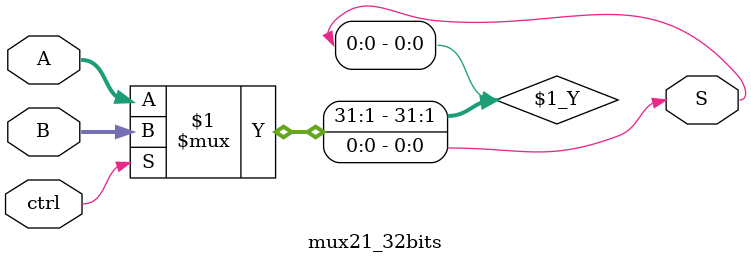
<source format=v>
module mux21_32bits(A, B, ctrl, S);

input [31:0] A, B; //entradas possíveis, cada uma tem 32 bits
input ctrl; //controle do mux 
output S;

//an expression using conditional operator evaluates the logical expression before the '?'
//if the expression is true then the expression before the colon (:) is evaluated and assigned to the output
//if the logical expression is false then the expression after the colon is evaluated and assigned to the output

assign S = (ctrl) ? B:A;

endmodule

</source>
